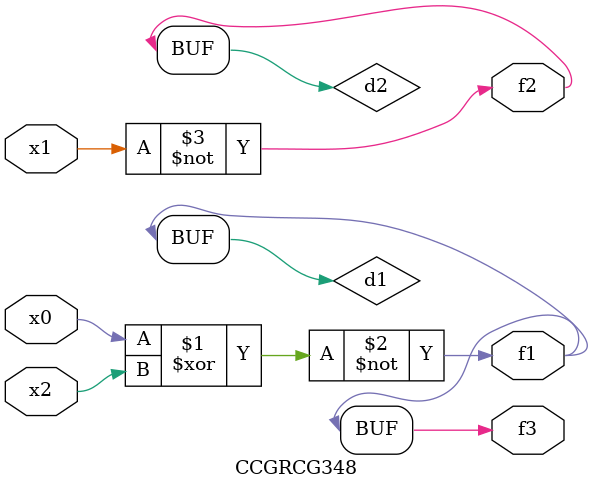
<source format=v>
module CCGRCG348(
	input x0, x1, x2,
	output f1, f2, f3
);

	wire d1, d2, d3;

	xnor (d1, x0, x2);
	nand (d2, x1);
	nor (d3, x1, x2);
	assign f1 = d1;
	assign f2 = d2;
	assign f3 = d1;
endmodule

</source>
